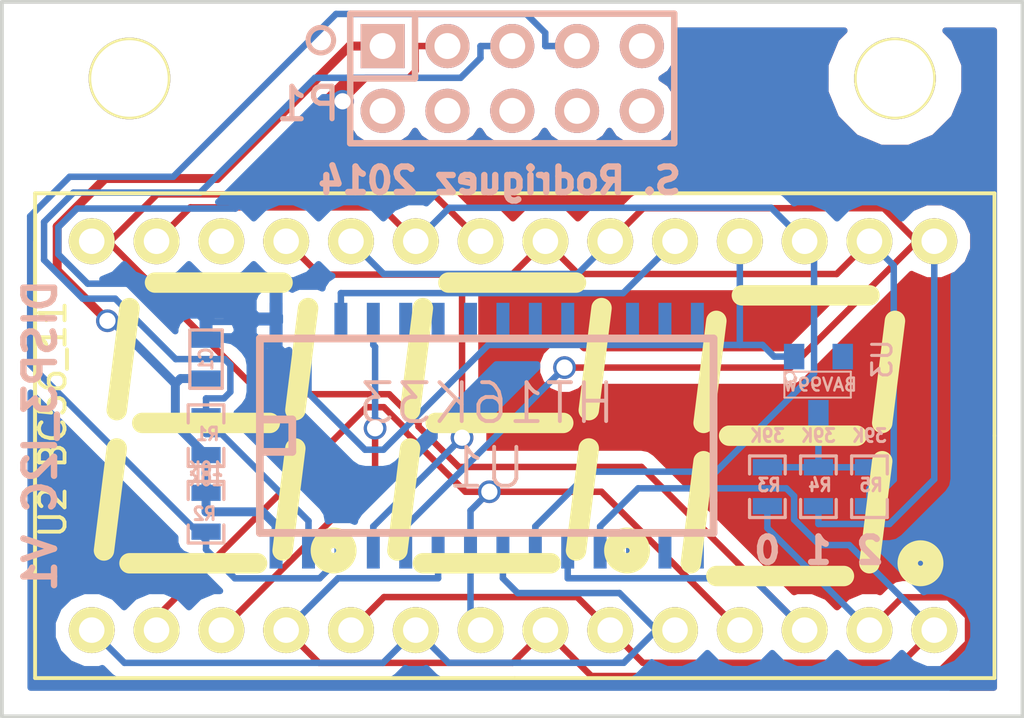
<source format=kicad_pcb>
(kicad_pcb (version 3) (host pcbnew "(2014-04-07 BZR 4791)-product")

  (general
    (links 44)
    (no_connects 0)
    (area 118.924999 82.12092 159.075001 115.075001)
    (thickness 1.6)
    (drawings 10)
    (tracks 211)
    (zones 0)
    (modules 12)
    (nets 40)
  )

  (page A4)
  (layers
    (15 F.Cu signal)
    (0 B.Cu signal)
    (16 B.Adhes user)
    (17 F.Adhes user)
    (18 B.Paste user)
    (19 F.Paste user)
    (20 B.SilkS user)
    (21 F.SilkS user)
    (22 B.Mask user)
    (23 F.Mask user)
    (24 Dwgs.User user)
    (25 Cmts.User user)
    (26 Eco1.User user)
    (27 Eco2.User user)
    (28 Edge.Cuts user)
  )

  (setup
    (last_trace_width 0.254)
    (trace_clearance 0.254)
    (zone_clearance 0.508)
    (zone_45_only no)
    (trace_min 0.254)
    (segment_width 0.2)
    (edge_width 0.15)
    (via_size 0.889)
    (via_drill 0.635)
    (via_min_size 0.889)
    (via_min_drill 0.508)
    (uvia_size 0.508)
    (uvia_drill 0.127)
    (uvias_allowed no)
    (uvia_min_size 0.508)
    (uvia_min_drill 0.127)
    (pcb_text_width 0.3)
    (pcb_text_size 1 1)
    (mod_edge_width 0.15)
    (mod_text_size 1 1)
    (mod_text_width 0.15)
    (pad_size 1 1)
    (pad_drill 0.6)
    (pad_to_mask_clearance 0.1)
    (aux_axis_origin 0 0)
    (visible_elements FFFFFF7F)
    (pcbplotparams
      (layerselection 284196865)
      (usegerberextensions true)
      (excludeedgelayer true)
      (linewidth 0.150000)
      (plotframeref false)
      (viasonmask false)
      (mode 1)
      (useauxorigin false)
      (hpglpennumber 1)
      (hpglpenspeed 20)
      (hpglpendiameter 15)
      (hpglpenoverlay 2)
      (psnegative false)
      (psa4output false)
      (plotreference true)
      (plotvalue true)
      (plotothertext true)
      (plotinvisibletext false)
      (padsonsilk false)
      (subtractmaskfromsilk false)
      (outputformat 1)
      (mirror false)
      (drillshape 0)
      (scaleselection 1)
      (outputdirectory OUTPUT/))
  )

  (net 0 "")
  (net 1 +5V)
  (net 2 /A)
  (net 3 /B)
  (net 4 /C)
  (net 5 /COM0)
  (net 6 /COM1)
  (net 7 /COM2)
  (net 8 /D)
  (net 9 /DP)
  (net 10 /E)
  (net 11 /F)
  (net 12 /G)
  (net 13 /SCL)
  (net 14 /SDA)
  (net 15 GND)
  (net 16 "Net-(P1-Pad2)")
  (net 17 "Net-(P1-Pad4)")
  (net 18 "Net-(P1-Pad6)")
  (net 19 "Net-(P1-Pad8)")
  (net 20 "Net-(P1-Pad9)")
  (net 21 "Net-(P1-Pad10)")
  (net 22 "Net-(P2-Pad1)")
  (net 23 "Net-(P3-Pad1)")
  (net 24 "Net-(R3-Pad2)")
  (net 25 "Net-(U1-Pad5)")
  (net 26 "Net-(U1-Pad6)")
  (net 27 "Net-(U1-Pad7)")
  (net 28 "Net-(U1-Pad8)")
  (net 29 "Net-(U1-Pad9)")
  (net 30 "Net-(U1-Pad10)")
  (net 31 "Net-(U1-Pad11)")
  (net 32 "Net-(U1-Pad12)")
  (net 33 "Net-(U1-Pad13)")
  (net 34 "Net-(U1-Pad14)")
  (net 35 "Net-(U1-Pad15)")
  (net 36 "Net-(U1-Pad16)")
  (net 37 "Net-(U1-Pad17)")
  (net 38 "Net-(U2-Pad26)")
  (net 39 "Net-(U3-Pad3)")

  (net_class Default "This is the default net class."
    (clearance 0.254)
    (trace_width 0.254)
    (via_dia 0.889)
    (via_drill 0.635)
    (uvia_dia 0.508)
    (uvia_drill 0.127)
    (add_net /A)
    (add_net /B)
    (add_net /C)
    (add_net /COM0)
    (add_net /COM1)
    (add_net /COM2)
    (add_net /D)
    (add_net /DP)
    (add_net /E)
    (add_net /F)
    (add_net /G)
    (add_net /SCL)
    (add_net /SDA)
    (add_net GND)
    (add_net "Net-(P1-Pad10)")
    (add_net "Net-(P1-Pad2)")
    (add_net "Net-(P1-Pad4)")
    (add_net "Net-(P1-Pad6)")
    (add_net "Net-(P1-Pad8)")
    (add_net "Net-(P1-Pad9)")
    (add_net "Net-(P2-Pad1)")
    (add_net "Net-(P3-Pad1)")
    (add_net "Net-(R3-Pad2)")
    (add_net "Net-(U1-Pad10)")
    (add_net "Net-(U1-Pad11)")
    (add_net "Net-(U1-Pad12)")
    (add_net "Net-(U1-Pad13)")
    (add_net "Net-(U1-Pad14)")
    (add_net "Net-(U1-Pad15)")
    (add_net "Net-(U1-Pad16)")
    (add_net "Net-(U1-Pad17)")
    (add_net "Net-(U1-Pad5)")
    (add_net "Net-(U1-Pad6)")
    (add_net "Net-(U1-Pad7)")
    (add_net "Net-(U1-Pad8)")
    (add_net "Net-(U1-Pad9)")
    (add_net "Net-(U2-Pad26)")
    (add_net "Net-(U3-Pad3)")
  )

  (net_class POWEr ""
    (clearance 0.254)
    (trace_width 0.35)
    (via_dia 0.889)
    (via_drill 0.635)
    (uvia_dia 0.508)
    (uvia_drill 0.127)
    (add_net +5V)
  )

  (module SMD_Packages:SM0603 (layer B.Cu) (tedit 534555F5) (tstamp 534557BC)
    (at 127 101 90)
    (path /52A0EF43)
    (attr smd)
    (fp_text reference C1 (at 0 0 90) (layer B.SilkS)
      (effects (font (size 0.508 0.4572) (thickness 0.1143)) (justify mirror))
    )
    (fp_text value 0.1u (at 0 0 90) (layer B.SilkS) hide
      (effects (font (size 0.508 0.4572) (thickness 0.1143)) (justify mirror))
    )
    (fp_line (start -1.143 0.635) (end 1.143 0.635) (layer B.SilkS) (width 0.127))
    (fp_line (start 1.143 0.635) (end 1.143 -0.635) (layer B.SilkS) (width 0.127))
    (fp_line (start 1.143 -0.635) (end -1.143 -0.635) (layer B.SilkS) (width 0.127))
    (fp_line (start -1.143 -0.635) (end -1.143 0.635) (layer B.SilkS) (width 0.127))
    (pad 1 smd rect (at -0.762 0 90) (size 0.635 1.143) (layers B.Cu B.Paste B.Mask)
      (net 1 +5V))
    (pad 2 smd rect (at 0.762 0 90) (size 0.635 1.143) (layers B.Cu B.Paste B.Mask)
      (net 15 GND))
    (model smd\resistors\R0603.wrl
      (at (xyz 0 0 0.001))
      (scale (xyz 0.5 0.5 0.5))
      (rotate (xyz 0 0 0))
    )
  )

  (module Pin_Headers:Pin_Header_Straight_2x05 (layer B.Cu) (tedit 53456683) (tstamp 534557D2)
    (at 139 90)
    (descr "1 pin")
    (tags "CONN DEV")
    (path /5345478C)
    (fp_text reference P1 (at -8 1) (layer B.SilkS)
      (effects (font (size 1.27 1.27) (thickness 0.2032)) (justify mirror))
    )
    (fp_text value CONN_5X2 (at 0 0) (layer B.SilkS) hide
      (effects (font (size 1.27 1.27) (thickness 0.2032)) (justify mirror))
    )
    (fp_line (start -6.35 2.54) (end 6.35 2.54) (layer B.SilkS) (width 0.254))
    (fp_line (start 6.35 2.54) (end 6.35 -2.54) (layer B.SilkS) (width 0.254))
    (fp_line (start 6.35 -2.54) (end -3.81 -2.54) (layer B.SilkS) (width 0.254))
    (fp_line (start -6.35 2.54) (end -6.35 0) (layer B.SilkS) (width 0.254))
    (fp_line (start -6.35 -2.54) (end -3.81 -2.54) (layer B.SilkS) (width 0.254))
    (fp_line (start -6.35 0) (end -3.81 0) (layer B.SilkS) (width 0.254))
    (fp_line (start -3.81 0) (end -3.81 -2.54) (layer B.SilkS) (width 0.254))
    (fp_line (start -6.35 -2.54) (end -6.35 0) (layer B.SilkS) (width 0.254))
    (pad 1 thru_hole rect (at -5.08 -1.27) (size 1.7272 1.7272) (drill 1.016) (layers *.Cu *.Mask B.SilkS)
      (net 1 +5V))
    (pad 2 thru_hole oval (at -5.08 1.27) (size 1.7272 1.7272) (drill 1.016) (layers *.Cu *.Mask B.SilkS)
      (net 16 "Net-(P1-Pad2)"))
    (pad 3 thru_hole oval (at -2.54 -1.27) (size 1.7272 1.7272) (drill 1.016) (layers *.Cu *.Mask B.SilkS)
      (net 15 GND))
    (pad 4 thru_hole oval (at -2.54 1.27) (size 1.7272 1.7272) (drill 1.016) (layers *.Cu *.Mask B.SilkS)
      (net 17 "Net-(P1-Pad4)"))
    (pad 5 thru_hole oval (at 0 -1.27) (size 1.7272 1.7272) (drill 1.016) (layers *.Cu *.Mask B.SilkS)
      (net 14 /SDA))
    (pad 6 thru_hole oval (at 0 1.27) (size 1.7272 1.7272) (drill 1.016) (layers *.Cu *.Mask B.SilkS)
      (net 18 "Net-(P1-Pad6)"))
    (pad 7 thru_hole oval (at 2.54 -1.27) (size 1.7272 1.7272) (drill 1.016) (layers *.Cu *.Mask B.SilkS)
      (net 13 /SCL))
    (pad 8 thru_hole oval (at 2.54 1.27) (size 1.7272 1.7272) (drill 1.016) (layers *.Cu *.Mask B.SilkS)
      (net 19 "Net-(P1-Pad8)"))
    (pad 9 thru_hole oval (at 5.08 -1.27) (size 1.7272 1.7272) (drill 1.016) (layers *.Cu *.Mask B.SilkS)
      (net 20 "Net-(P1-Pad9)"))
    (pad 10 thru_hole oval (at 5.08 1.27) (size 1.7272 1.7272) (drill 1.016) (layers *.Cu *.Mask B.SilkS)
      (net 21 "Net-(P1-Pad10)"))
    (model Pin_Headers/Pin_Header_Straight_2x05.wrl
      (at (xyz 0 0 0))
      (scale (xyz 1 1 1))
      (rotate (xyz 0 0 0))
    )
  )

  (module SAUL:Mhole (layer F.Cu) (tedit 50212C8E) (tstamp 534557D7)
    (at 154 90)
    (path /53454C17)
    (fp_text reference P2 (at 0.44958 -4.09956) (layer F.SilkS) hide
      (effects (font (thickness 0.3048)))
    )
    (fp_text value CONN_1 (at 0.20066 -6.10108) (layer F.SilkS) hide
      (effects (font (thickness 0.3048)))
    )
    (pad 1 thru_hole circle (at 0 0) (size 3.2004 3.2004) (drill 2.99974) (layers *.Cu *.Mask F.SilkS)
      (net 22 "Net-(P2-Pad1)") (clearance 1.00076))
  )

  (module SAUL:Mhole (layer F.Cu) (tedit 50212C8E) (tstamp 534557DC)
    (at 124 90)
    (path /53454C2B)
    (fp_text reference P3 (at 0.44958 -4.09956) (layer F.SilkS) hide
      (effects (font (thickness 0.3048)))
    )
    (fp_text value CONN_1 (at 0.20066 -6.10108) (layer F.SilkS) hide
      (effects (font (thickness 0.3048)))
    )
    (pad 1 thru_hole circle (at 0 0) (size 3.2004 3.2004) (drill 2.99974) (layers *.Cu *.Mask F.SilkS)
      (net 23 "Net-(P3-Pad1)") (clearance 1.00076))
  )

  (module SMD_Packages:SM0603_Resistor (layer B.Cu) (tedit 534555F5) (tstamp 534557E8)
    (at 127 104 90)
    (path /52A0ED1F)
    (attr smd)
    (fp_text reference R1 (at 0.0635 0.0635 360) (layer B.SilkS)
      (effects (font (size 0.50038 0.4572) (thickness 0.1143)) (justify mirror))
    )
    (fp_text value 10K (at -1.69926 0 360) (layer B.SilkS)
      (effects (font (size 0.508 0.4572) (thickness 0.1143)) (justify mirror))
    )
    (fp_line (start -0.50038 0.6985) (end -1.2065 0.6985) (layer B.SilkS) (width 0.127))
    (fp_line (start -1.2065 0.6985) (end -1.2065 -0.6985) (layer B.SilkS) (width 0.127))
    (fp_line (start -1.2065 -0.6985) (end -0.50038 -0.6985) (layer B.SilkS) (width 0.127))
    (fp_line (start 1.2065 0.6985) (end 0.50038 0.6985) (layer B.SilkS) (width 0.127))
    (fp_line (start 1.2065 0.6985) (end 1.2065 -0.6985) (layer B.SilkS) (width 0.127))
    (fp_line (start 1.2065 -0.6985) (end 0.50038 -0.6985) (layer B.SilkS) (width 0.127))
    (pad 1 smd rect (at -0.762 0 90) (size 0.635 1.143) (layers B.Cu B.Paste B.Mask)
      (net 1 +5V))
    (pad 2 smd rect (at 0.762 0 90) (size 0.635 1.143) (layers B.Cu B.Paste B.Mask)
      (net 14 /SDA))
    (model smd\resistors\R0603.wrl
      (at (xyz 0 0 0.001))
      (scale (xyz 0.5 0.5 0.5))
      (rotate (xyz 0 0 0))
    )
  )

  (module SMD_Packages:SM0603_Resistor (layer B.Cu) (tedit 534555F5) (tstamp 534557F4)
    (at 127 107 270)
    (path /52A0ED2A)
    (attr smd)
    (fp_text reference R2 (at 0.0635 0.0635 540) (layer B.SilkS)
      (effects (font (size 0.50038 0.4572) (thickness 0.1143)) (justify mirror))
    )
    (fp_text value 10K (at -1.69926 0 540) (layer B.SilkS)
      (effects (font (size 0.508 0.4572) (thickness 0.1143)) (justify mirror))
    )
    (fp_line (start -0.50038 0.6985) (end -1.2065 0.6985) (layer B.SilkS) (width 0.127))
    (fp_line (start -1.2065 0.6985) (end -1.2065 -0.6985) (layer B.SilkS) (width 0.127))
    (fp_line (start -1.2065 -0.6985) (end -0.50038 -0.6985) (layer B.SilkS) (width 0.127))
    (fp_line (start 1.2065 0.6985) (end 0.50038 0.6985) (layer B.SilkS) (width 0.127))
    (fp_line (start 1.2065 0.6985) (end 1.2065 -0.6985) (layer B.SilkS) (width 0.127))
    (fp_line (start 1.2065 -0.6985) (end 0.50038 -0.6985) (layer B.SilkS) (width 0.127))
    (pad 1 smd rect (at -0.762 0 270) (size 0.635 1.143) (layers B.Cu B.Paste B.Mask)
      (net 1 +5V))
    (pad 2 smd rect (at 0.762 0 270) (size 0.635 1.143) (layers B.Cu B.Paste B.Mask)
      (net 13 /SCL))
    (model smd\resistors\R0603.wrl
      (at (xyz 0 0 0.001))
      (scale (xyz 0.5 0.5 0.5))
      (rotate (xyz 0 0 0))
    )
  )

  (module SMD_Packages:SM0603_Resistor (layer B.Cu) (tedit 534565D7) (tstamp 53455800)
    (at 149 106 90)
    (path /52A0E983)
    (attr smd)
    (fp_text reference R3 (at 0.0635 0.0635 360) (layer B.SilkS)
      (effects (font (size 0.50038 0.4572) (thickness 0.1143)) (justify mirror))
    )
    (fp_text value 39K (at 2 0 360) (layer B.SilkS)
      (effects (font (size 0.508 0.4572) (thickness 0.1143)) (justify mirror))
    )
    (fp_line (start -0.50038 0.6985) (end -1.2065 0.6985) (layer B.SilkS) (width 0.127))
    (fp_line (start -1.2065 0.6985) (end -1.2065 -0.6985) (layer B.SilkS) (width 0.127))
    (fp_line (start -1.2065 -0.6985) (end -0.50038 -0.6985) (layer B.SilkS) (width 0.127))
    (fp_line (start 1.2065 0.6985) (end 0.50038 0.6985) (layer B.SilkS) (width 0.127))
    (fp_line (start 1.2065 0.6985) (end 1.2065 -0.6985) (layer B.SilkS) (width 0.127))
    (fp_line (start 1.2065 -0.6985) (end 0.50038 -0.6985) (layer B.SilkS) (width 0.127))
    (pad 1 smd rect (at -0.762 0 90) (size 0.635 1.143) (layers B.Cu B.Paste B.Mask)
      (net 4 /C))
    (pad 2 smd rect (at 0.762 0 90) (size 0.635 1.143) (layers B.Cu B.Paste B.Mask)
      (net 24 "Net-(R3-Pad2)"))
    (model smd\resistors\R0603.wrl
      (at (xyz 0 0 0.001))
      (scale (xyz 0.5 0.5 0.5))
      (rotate (xyz 0 0 0))
    )
  )

  (module SMD_Packages:SM0603_Resistor (layer B.Cu) (tedit 534565DA) (tstamp 5345580C)
    (at 151 106 90)
    (path /52A0E97D)
    (attr smd)
    (fp_text reference R4 (at 0.0635 0.0635 360) (layer B.SilkS)
      (effects (font (size 0.50038 0.4572) (thickness 0.1143)) (justify mirror))
    )
    (fp_text value 39K (at 2 0 360) (layer B.SilkS)
      (effects (font (size 0.508 0.4572) (thickness 0.1143)) (justify mirror))
    )
    (fp_line (start -0.50038 0.6985) (end -1.2065 0.6985) (layer B.SilkS) (width 0.127))
    (fp_line (start -1.2065 0.6985) (end -1.2065 -0.6985) (layer B.SilkS) (width 0.127))
    (fp_line (start -1.2065 -0.6985) (end -0.50038 -0.6985) (layer B.SilkS) (width 0.127))
    (fp_line (start 1.2065 0.6985) (end 0.50038 0.6985) (layer B.SilkS) (width 0.127))
    (fp_line (start 1.2065 0.6985) (end 1.2065 -0.6985) (layer B.SilkS) (width 0.127))
    (fp_line (start 1.2065 -0.6985) (end 0.50038 -0.6985) (layer B.SilkS) (width 0.127))
    (pad 1 smd rect (at -0.762 0 90) (size 0.635 1.143) (layers B.Cu B.Paste B.Mask)
      (net 3 /B))
    (pad 2 smd rect (at 0.762 0 90) (size 0.635 1.143) (layers B.Cu B.Paste B.Mask)
      (net 24 "Net-(R3-Pad2)"))
    (model smd\resistors\R0603.wrl
      (at (xyz 0 0 0.001))
      (scale (xyz 0.5 0.5 0.5))
      (rotate (xyz 0 0 0))
    )
  )

  (module SMD_Packages:SM0603_Resistor (layer B.Cu) (tedit 534565E5) (tstamp 53455818)
    (at 153 106 90)
    (path /52A0E94A)
    (attr smd)
    (fp_text reference R5 (at 0.0635 0.0635 360) (layer B.SilkS)
      (effects (font (size 0.50038 0.4572) (thickness 0.1143)) (justify mirror))
    )
    (fp_text value 39K (at 2 0 360) (layer B.SilkS)
      (effects (font (size 0.508 0.4572) (thickness 0.1143)) (justify mirror))
    )
    (fp_line (start -0.50038 0.6985) (end -1.2065 0.6985) (layer B.SilkS) (width 0.127))
    (fp_line (start -1.2065 0.6985) (end -1.2065 -0.6985) (layer B.SilkS) (width 0.127))
    (fp_line (start -1.2065 -0.6985) (end -0.50038 -0.6985) (layer B.SilkS) (width 0.127))
    (fp_line (start 1.2065 0.6985) (end 0.50038 0.6985) (layer B.SilkS) (width 0.127))
    (fp_line (start 1.2065 0.6985) (end 1.2065 -0.6985) (layer B.SilkS) (width 0.127))
    (fp_line (start 1.2065 -0.6985) (end 0.50038 -0.6985) (layer B.SilkS) (width 0.127))
    (pad 1 smd rect (at -0.762 0 90) (size 0.635 1.143) (layers B.Cu B.Paste B.Mask)
      (net 2 /A))
    (pad 2 smd rect (at 0.762 0 90) (size 0.635 1.143) (layers B.Cu B.Paste B.Mask)
      (net 24 "Net-(R3-Pad2)"))
    (model smd\resistors\R0603.wrl
      (at (xyz 0 0 0.001))
      (scale (xyz 0.5 0.5 0.5))
      (rotate (xyz 0 0 0))
    )
  )

  (module SMD_Packages:SO28 (layer B.Cu) (tedit 534555F5) (tstamp 53455840)
    (at 138 104)
    (descr "Module CMS SO 28 pins large")
    (tags "CMS SOJ SO SOIC")
    (path /52A0D9DC)
    (attr smd)
    (fp_text reference U1 (at 0 1.26492) (layer B.SilkS)
      (effects (font (thickness 0.1524)) (justify mirror))
    )
    (fp_text value HT16K33 (at 0 -1.27) (layer B.SilkS)
      (effects (font (thickness 0.1524)) (justify mirror))
    )
    (fp_line (start 8.89 2.54) (end 8.89 -3.81) (layer B.SilkS) (width 0.3048))
    (fp_line (start 8.89 -3.81) (end -8.89 -3.81) (layer B.SilkS) (width 0.3048))
    (fp_line (start -8.89 -3.81) (end -8.89 3.81) (layer B.SilkS) (width 0.3048))
    (fp_line (start -8.89 3.81) (end 8.89 3.81) (layer B.SilkS) (width 0.3048))
    (fp_line (start 8.89 3.81) (end 8.89 2.54) (layer B.SilkS) (width 0.3048))
    (fp_line (start -8.89 0.635) (end -7.62 0.635) (layer B.SilkS) (width 0.3048))
    (fp_line (start -7.62 0.635) (end -7.62 -0.635) (layer B.SilkS) (width 0.3048))
    (fp_line (start -7.62 -0.635) (end -8.89 -0.635) (layer B.SilkS) (width 0.3048))
    (pad 1 smd rect (at -8.255 -4.572) (size 0.508 1.27) (layers B.Cu B.Paste B.Mask)
      (net 15 GND))
    (pad 2 smd rect (at -6.985 -4.572) (size 0.508 1.27) (layers B.Cu B.Paste B.Mask)
      (net 5 /COM0))
    (pad 3 smd rect (at -5.715 -4.572) (size 0.508 1.27) (layers B.Cu B.Paste B.Mask)
      (net 6 /COM1))
    (pad 4 smd rect (at -4.445 -4.572) (size 0.508 1.27) (layers B.Cu B.Paste B.Mask)
      (net 7 /COM2))
    (pad 5 smd rect (at -3.175 -4.572) (size 0.508 1.27) (layers B.Cu B.Paste B.Mask)
      (net 25 "Net-(U1-Pad5)"))
    (pad 6 smd rect (at -1.905 -4.572) (size 0.508 1.27) (layers B.Cu B.Paste B.Mask)
      (net 26 "Net-(U1-Pad6)"))
    (pad 7 smd rect (at -0.635 -4.572) (size 0.508 1.27) (layers B.Cu B.Paste B.Mask)
      (net 27 "Net-(U1-Pad7)"))
    (pad 8 smd rect (at 0.635 -4.572) (size 0.508 1.27) (layers B.Cu B.Paste B.Mask)
      (net 28 "Net-(U1-Pad8)"))
    (pad 9 smd rect (at 1.905 -4.572) (size 0.508 1.27) (layers B.Cu B.Paste B.Mask)
      (net 29 "Net-(U1-Pad9)"))
    (pad 10 smd rect (at 3.175 -4.572) (size 0.508 1.27) (layers B.Cu B.Paste B.Mask)
      (net 30 "Net-(U1-Pad10)"))
    (pad 11 smd rect (at 4.445 -4.572) (size 0.508 1.27) (layers B.Cu B.Paste B.Mask)
      (net 31 "Net-(U1-Pad11)"))
    (pad 12 smd rect (at 5.715 -4.572) (size 0.508 1.27) (layers B.Cu B.Paste B.Mask)
      (net 32 "Net-(U1-Pad12)"))
    (pad 13 smd rect (at 6.985 -4.572) (size 0.508 1.27) (layers B.Cu B.Paste B.Mask)
      (net 33 "Net-(U1-Pad13)"))
    (pad 14 smd rect (at 8.255 -4.572) (size 0.508 1.27) (layers B.Cu B.Paste B.Mask)
      (net 34 "Net-(U1-Pad14)"))
    (pad 15 smd rect (at 8.255 4.572) (size 0.508 1.27) (layers B.Cu B.Paste B.Mask)
      (net 35 "Net-(U1-Pad15)"))
    (pad 16 smd rect (at 6.985 4.572) (size 0.508 1.27) (layers B.Cu B.Paste B.Mask)
      (net 36 "Net-(U1-Pad16)"))
    (pad 17 smd rect (at 5.715 4.572) (size 0.508 1.27) (layers B.Cu B.Paste B.Mask)
      (net 37 "Net-(U1-Pad17)"))
    (pad 18 smd rect (at 4.445 4.572) (size 0.508 1.27) (layers B.Cu B.Paste B.Mask)
      (net 9 /DP))
    (pad 19 smd rect (at 3.175 4.572) (size 0.508 1.27) (layers B.Cu B.Paste B.Mask)
      (net 12 /G))
    (pad 20 smd rect (at 1.905 4.572) (size 0.508 1.27) (layers B.Cu B.Paste B.Mask)
      (net 11 /F))
    (pad 21 smd rect (at 0.635 4.572) (size 0.508 1.27) (layers B.Cu B.Paste B.Mask)
      (net 10 /E))
    (pad 22 smd rect (at -0.635 4.572) (size 0.508 1.27) (layers B.Cu B.Paste B.Mask)
      (net 8 /D))
    (pad 23 smd rect (at -1.905 4.572) (size 0.508 1.27) (layers B.Cu B.Paste B.Mask)
      (net 4 /C))
    (pad 24 smd rect (at -3.175 4.572) (size 0.508 1.27) (layers B.Cu B.Paste B.Mask)
      (net 3 /B))
    (pad 25 smd rect (at -4.445 4.572) (size 0.508 1.27) (layers B.Cu B.Paste B.Mask)
      (net 2 /A))
    (pad 26 smd rect (at -5.715 4.572) (size 0.508 1.27) (layers B.Cu B.Paste B.Mask)
      (net 13 /SCL))
    (pad 27 smd rect (at -6.985 4.572) (size 0.508 1.27) (layers B.Cu B.Paste B.Mask)
      (net 14 /SDA))
    (pad 28 smd rect (at -8.255 4.572) (size 0.508 1.27) (layers B.Cu B.Paste B.Mask)
      (net 1 +5V))
    (model smd/cms_soj28.wrl
      (at (xyz 0 0 0))
      (scale (xyz 0.5 0.55 0.5))
      (rotate (xyz 0 0 0))
    )
  )

  (module SAUL:BC56_11 (layer F.Cu) (tedit 53456518) (tstamp 53455880)
    (at 153 104)
    (path /52A0DBCF)
    (fp_text reference U2 (at -32 3 90) (layer F.SilkS)
      (effects (font (size 1 1) (thickness 0.15)))
    )
    (fp_text value BC56_11 (at -32 -2 270) (layer F.SilkS)
      (effects (font (size 1 1) (thickness 0.15)))
    )
    (fp_line (start -32.7 9.5) (end -32.7 -9.5) (layer F.SilkS) (width 0.15))
    (fp_line (start 4.9 0) (end 4.9 9.5) (layer F.SilkS) (width 0.15))
    (fp_line (start 4.9 0) (end 4.9 -9.5) (layer F.SilkS) (width 0.15))
    (fp_circle (center 2 5) (end 2 4.5) (layer F.SilkS) (width 0.8))
    (fp_line (start -6.5 1) (end -7 5) (layer F.SilkS) (width 0.8))
    (fp_line (start 0.5 1) (end 0 5) (layer F.SilkS) (width 0.8))
    (fp_line (start 1 -4.5) (end 0.5 -0.5) (layer F.SilkS) (width 0.8))
    (fp_line (start -6 -4.5) (end -6.5 -0.5) (layer F.SilkS) (width 0.8))
    (fp_line (start -6 5.5) (end -1 5.5) (layer F.SilkS) (width 0.8))
    (fp_line (start -5 -5.5) (end 0 -5.5) (layer F.SilkS) (width 0.8))
    (fp_line (start -5.5 0) (end -0.5 0) (layer F.SilkS) (width 0.8))
    (fp_line (start -17 -0.5) (end -12 -0.5) (layer F.SilkS) (width 0.8))
    (fp_line (start -16.5 -6) (end -11.5 -6) (layer F.SilkS) (width 0.8))
    (fp_line (start -17.5 5) (end -12.5 5) (layer F.SilkS) (width 0.8))
    (fp_line (start -17.5 -5) (end -18 -1) (layer F.SilkS) (width 0.8))
    (fp_line (start -10.5 -5) (end -11 -1) (layer F.SilkS) (width 0.8))
    (fp_line (start -11 0.5) (end -11.5 4.5) (layer F.SilkS) (width 0.8))
    (fp_line (start -18 0.5) (end -18.5 4.5) (layer F.SilkS) (width 0.8))
    (fp_circle (center -9.5 4.5) (end -9.5 4) (layer F.SilkS) (width 0.8))
    (fp_circle (center -21 4.5) (end -21 4) (layer F.SilkS) (width 0.8))
    (fp_line (start -29.5 0.5) (end -30 4.5) (layer F.SilkS) (width 0.8))
    (fp_line (start -22.5 0.5) (end -23 4.5) (layer F.SilkS) (width 0.8))
    (fp_line (start -22 -5) (end -22.5 -1) (layer F.SilkS) (width 0.8))
    (fp_line (start -29 -5) (end -29.5 -1) (layer F.SilkS) (width 0.8))
    (fp_line (start -29 5) (end -24 5) (layer F.SilkS) (width 0.8))
    (fp_line (start -28 -6) (end -23 -6) (layer F.SilkS) (width 0.8))
    (fp_line (start -28.5 -0.5) (end -23.5 -0.5) (layer F.SilkS) (width 0.8))
    (fp_line (start -32.7 -7.6) (end -32.7 7.6) (layer F.SilkS) (width 0.15))
    (fp_line (start -32.7 9.5) (end -13.9 9.5) (layer F.SilkS) (width 0.15))
    (fp_line (start -13.9 9.5) (end 4.9 9.5) (layer F.SilkS) (width 0.15))
    (fp_line (start -13.9 -9.5) (end 4.9 -9.5) (layer F.SilkS) (width 0.15))
    (fp_line (start -32.7 -9.5) (end -13.9 -9.5) (layer F.SilkS) (width 0.15))
    (pad 1 thru_hole circle (at -30.48 7.62) (size 1.8 1.8) (drill 1) (layers *.Cu *.Mask F.SilkS)
      (net 10 /E))
    (pad 2 thru_hole circle (at -27.94 7.62) (size 1.8 1.8) (drill 1) (layers *.Cu *.Mask F.SilkS)
      (net 8 /D))
    (pad 3 thru_hole circle (at -25.4 7.62) (size 1.8 1.8) (drill 1) (layers *.Cu *.Mask F.SilkS)
      (net 7 /COM2))
    (pad 4 thru_hole circle (at -22.86 7.62) (size 1.8 1.8) (drill 1) (layers *.Cu *.Mask F.SilkS)
      (net 4 /C))
    (pad 5 thru_hole circle (at -20.32 7.62) (size 1.8 1.8) (drill 1) (layers *.Cu *.Mask F.SilkS)
      (net 9 /DP))
    (pad 6 thru_hole circle (at -17.78 7.62) (size 1.8 1.8) (drill 1) (layers *.Cu *.Mask F.SilkS)
      (net 10 /E))
    (pad 7 thru_hole circle (at -15.24 7.62) (size 1.8 1.8) (drill 1) (layers *.Cu *.Mask F.SilkS)
      (net 8 /D))
    (pad 8 thru_hole circle (at -12.7 7.62) (size 1.8 1.8) (drill 1) (layers *.Cu *.Mask F.SilkS)
      (net 4 /C))
    (pad 9 thru_hole circle (at -10.16 7.62) (size 1.8 1.8) (drill 1) (layers *.Cu *.Mask F.SilkS)
      (net 9 /DP))
    (pad 10 thru_hole circle (at -7.62 7.62) (size 1.8 1.8) (drill 1) (layers *.Cu *.Mask F.SilkS)
      (net 10 /E))
    (pad 11 thru_hole circle (at -5.08 7.62) (size 1.8 1.8) (drill 1) (layers *.Cu *.Mask F.SilkS)
      (net 8 /D))
    (pad 12 thru_hole circle (at -2.54 7.62) (size 1.8 1.8) (drill 1) (layers *.Cu *.Mask F.SilkS)
      (net 12 /G))
    (pad 13 thru_hole circle (at 0 7.62) (size 1.8 1.8) (drill 1) (layers *.Cu *.Mask F.SilkS)
      (net 4 /C))
    (pad 14 thru_hole circle (at 2.54 7.62) (size 1.8 1.8) (drill 1) (layers *.Cu *.Mask F.SilkS)
      (net 9 /DP))
    (pad 15 thru_hole circle (at 2.54 -7.62) (size 1.8 1.8) (drill 1) (layers *.Cu *.Mask F.SilkS)
      (net 3 /B))
    (pad 16 thru_hole circle (at 0 -7.62) (size 1.8 1.8) (drill 1) (layers *.Cu *.Mask F.SilkS)
      (net 2 /A))
    (pad 17 thru_hole circle (at -2.54 -7.62) (size 1.8 1.8) (drill 1) (layers *.Cu *.Mask F.SilkS)
      (net 11 /F))
    (pad 18 thru_hole circle (at -5.08 -7.62) (size 1.8 1.8) (drill 1) (layers *.Cu *.Mask F.SilkS)
      (net 5 /COM0))
    (pad 19 thru_hole circle (at -7.62 -7.62) (size 1.8 1.8) (drill 1) (layers *.Cu *.Mask F.SilkS)
      (net 6 /COM1))
    (pad 20 thru_hole circle (at -10.16 -7.62) (size 1.8 1.8) (drill 1) (layers *.Cu *.Mask F.SilkS)
      (net 3 /B))
    (pad 21 thru_hole circle (at -12.7 -7.62) (size 1.8 1.8) (drill 1) (layers *.Cu *.Mask F.SilkS)
      (net 2 /A))
    (pad 22 thru_hole circle (at -15.24 -7.62) (size 1.8 1.8) (drill 1) (layers *.Cu *.Mask F.SilkS)
      (net 12 /G))
    (pad 23 thru_hole circle (at -17.78 -7.62) (size 1.8 1.8) (drill 1) (layers *.Cu *.Mask F.SilkS)
      (net 11 /F))
    (pad 24 thru_hole circle (at -20.32 -7.62) (size 1.8 1.8) (drill 1) (layers *.Cu *.Mask F.SilkS)
      (net 3 /B))
    (pad 25 thru_hole circle (at -22.86 -7.62) (size 1.8 1.8) (drill 1) (layers *.Cu *.Mask F.SilkS)
      (net 2 /A))
    (pad 26 thru_hole circle (at -25.4 -7.62) (size 1.8 1.8) (drill 1) (layers *.Cu *.Mask F.SilkS)
      (net 38 "Net-(U2-Pad26)"))
    (pad 27 thru_hole circle (at -27.94 -7.62) (size 1.8 1.8) (drill 1) (layers *.Cu *.Mask F.SilkS)
      (net 11 /F))
    (pad 28 thru_hole circle (at -30.48 -7.62) (size 1.8 1.8) (drill 1) (layers *.Cu *.Mask F.SilkS)
      (net 12 /G))
  )

  (module SMD_Packages:SOT23-SPECIAL (layer B.Cu) (tedit 534565F1) (tstamp 5345588C)
    (at 151 102)
    (descr "SZOT23 with PIN 2 and 3 swapped, for Diodes")
    (tags SOT23)
    (path /534548E6)
    (attr smd)
    (fp_text reference U3 (at 2.5 -1 270) (layer B.SilkS)
      (effects (font (size 0.762 0.762) (thickness 0.11938)) (justify mirror))
    )
    (fp_text value BAV99W (at 0.0635 0) (layer B.SilkS)
      (effects (font (size 0.50038 0.50038) (thickness 0.09906)) (justify mirror))
    )
    (fp_circle (center -1.12522 -0.29972) (end -1.12522 -0.50038) (layer B.SilkS) (width 0.07874))
    (fp_line (start 1.27 0.508) (end 1.27 -0.508) (layer B.SilkS) (width 0.07874))
    (fp_line (start -1.3335 0.508) (end -1.3335 -0.508) (layer B.SilkS) (width 0.07874))
    (fp_line (start 1.27 -0.508) (end -1.3335 -0.508) (layer B.SilkS) (width 0.07874))
    (fp_line (start -1.3335 0.508) (end 1.27 0.508) (layer B.SilkS) (width 0.07874))
    (pad 2 smd rect (at 0 1.09982) (size 0.8001 1.00076) (layers B.Cu B.Paste B.Mask)
      (net 24 "Net-(R3-Pad2)"))
    (pad 3 smd rect (at 0.9525 -1.09982) (size 0.8001 1.00076) (layers B.Cu B.Paste B.Mask)
      (net 39 "Net-(U3-Pad3)"))
    (pad 1 smd rect (at -0.9525 -1.09982) (size 0.8001 1.00076) (layers B.Cu B.Paste B.Mask)
      (net 5 /COM0))
    (model smd\SOT23_3.wrl
      (at (xyz 0 0 0))
      (scale (xyz 0.4 0.4 0.4))
      (rotate (xyz 0 0 180))
    )
  )

  (gr_text "S. Rodriguez 2014" (at 138.5 94) (layer B.SilkS)
    (effects (font (size 1 1) (thickness 0.25)) (justify mirror))
  )
  (gr_text "DISP3_I2C V1" (at 120.5 104 90) (layer B.SilkS)
    (effects (font (size 1.2 1.2) (thickness 0.25)) (justify mirror))
  )
  (gr_text 2 (at 153 108.5) (layer B.SilkS)
    (effects (font (size 1 1) (thickness 0.25)) (justify mirror))
  )
  (gr_text 1 (at 151 108.5) (layer B.SilkS)
    (effects (font (size 1 1) (thickness 0.25)) (justify mirror))
  )
  (gr_text 0 (at 149 108.5) (layer B.SilkS)
    (effects (font (size 1 1) (thickness 0.25)) (justify mirror))
  )
  (gr_circle (center 131.5 88.5) (end 132 88.5) (layer B.SilkS) (width 0.2))
  (gr_line (start 119 115) (end 119 87) (angle 90) (layer Edge.Cuts) (width 0.15))
  (gr_line (start 159 115) (end 119 115) (angle 90) (layer Edge.Cuts) (width 0.15))
  (gr_line (start 159 87) (end 159 115) (angle 90) (layer Edge.Cuts) (width 0.15))
  (gr_line (start 119 87) (end 159 87) (angle 90) (layer Edge.Cuts) (width 0.15))

  (segment (start 132.6271 88.73) (end 127.4353 93.9218) (width 0.35) (layer F.Cu) (net 1))
  (segment (start 127.4353 93.9218) (end 123.0461 93.9218) (width 0.35) (layer F.Cu) (net 1))
  (segment (start 123.0461 93.9218) (end 121.1669 95.801) (width 0.35) (layer F.Cu) (net 1))
  (segment (start 121.1669 95.801) (end 121.1669 97.5281) (width 0.35) (layer F.Cu) (net 1))
  (segment (start 121.1669 97.5281) (end 123.1351 99.4963) (width 0.35) (layer F.Cu) (net 1))
  (segment (start 125.797 101.9642) (end 123.3291 99.4963) (width 0.35) (layer B.Cu) (net 1))
  (segment (start 123.3291 99.4963) (end 123.1351 99.4963) (width 0.35) (layer B.Cu) (net 1))
  (segment (start 127 106.238) (end 127 106.9848) (width 0.35) (layer B.Cu) (net 1))
  (segment (start 129.745 108.572) (end 129.745 107.5077) (width 0.35) (layer B.Cu) (net 1))
  (segment (start 129.745 107.5077) (end 129.2221 106.9848) (width 0.35) (layer B.Cu) (net 1))
  (segment (start 129.2221 106.9848) (end 127 106.9848) (width 0.35) (layer B.Cu) (net 1))
  (segment (start 125.797 101.9642) (end 125.9992 101.762) (width 0.35) (layer B.Cu) (net 1))
  (segment (start 127 104.762) (end 125.797 103.559) (width 0.35) (layer B.Cu) (net 1))
  (segment (start 125.797 103.559) (end 125.797 101.9642) (width 0.35) (layer B.Cu) (net 1))
  (segment (start 133.92 88.73) (end 132.6271 88.73) (width 0.35) (layer F.Cu) (net 1))
  (segment (start 127 101.762) (end 125.9992 101.762) (width 0.35) (layer B.Cu) (net 1))
  (segment (start 127 106.238) (end 127 104.762) (width 0.35) (layer B.Cu) (net 1))
  (via (at 123.1351 99.4963) (size 0.889) (layers F.Cu B.Cu) (net 1))
  (segment (start 153 106.762) (end 153 106.0632) (width 0.254) (layer B.Cu) (net 2))
  (segment (start 153 96.38) (end 153.9529 97.3329) (width 0.254) (layer B.Cu) (net 2))
  (segment (start 153.9529 97.3329) (end 153.9529 105.7217) (width 0.254) (layer B.Cu) (net 2))
  (segment (start 153.9529 105.7217) (end 153.6114 106.0632) (width 0.254) (layer B.Cu) (net 2))
  (segment (start 153.6114 106.0632) (end 153 106.0632) (width 0.254) (layer B.Cu) (net 2))
  (segment (start 133.555 107.5557) (end 133.5577 107.5557) (width 0.254) (layer B.Cu) (net 2))
  (segment (start 133.5577 107.5557) (end 137.0336 104.0798) (width 0.254) (layer B.Cu) (net 2))
  (segment (start 133.555 108.572) (end 133.555 107.5557) (width 0.254) (layer B.Cu) (net 2))
  (segment (start 137.0336 97.6872) (end 138.9928 97.6872) (width 0.254) (layer F.Cu) (net 2))
  (segment (start 138.9928 97.6872) (end 140.3 96.38) (width 0.254) (layer F.Cu) (net 2))
  (segment (start 130.14 96.38) (end 131.4472 97.6872) (width 0.254) (layer F.Cu) (net 2))
  (segment (start 131.4472 97.6872) (end 137.0336 97.6872) (width 0.254) (layer F.Cu) (net 2))
  (segment (start 137.0336 97.6872) (end 137.0336 104.0798) (width 0.254) (layer F.Cu) (net 2))
  (segment (start 140.3 96.38) (end 141.5833 97.6633) (width 0.254) (layer F.Cu) (net 2))
  (segment (start 141.5833 97.6633) (end 151.7167 97.6633) (width 0.254) (layer F.Cu) (net 2))
  (segment (start 151.7167 97.6633) (end 153 96.38) (width 0.254) (layer F.Cu) (net 2))
  (via (at 137.0336 104.0798) (size 0.889) (layers F.Cu B.Cu) (net 2))
  (segment (start 154.8564 96.3839) (end 149.9092 101.3311) (width 0.254) (layer F.Cu) (net 3))
  (segment (start 149.9092 101.3311) (end 141.0496 101.3311) (width 0.254) (layer F.Cu) (net 3))
  (segment (start 141.0496 101.3311) (end 134.825 107.5557) (width 0.254) (layer B.Cu) (net 3))
  (segment (start 134.825 108.572) (end 134.825 107.5557) (width 0.254) (layer B.Cu) (net 3))
  (segment (start 154.8564 96.3839) (end 153.557 95.0845) (width 0.254) (layer F.Cu) (net 3))
  (segment (start 153.557 95.0845) (end 144.1355 95.0845) (width 0.254) (layer F.Cu) (net 3))
  (segment (start 144.1355 95.0845) (end 142.84 96.38) (width 0.254) (layer F.Cu) (net 3))
  (segment (start 155.54 96.38) (end 154.8603 96.38) (width 0.254) (layer F.Cu) (net 3))
  (segment (start 154.8603 96.38) (end 154.8564 96.3839) (width 0.254) (layer F.Cu) (net 3))
  (segment (start 132.68 96.38) (end 133.9614 97.6614) (width 0.254) (layer B.Cu) (net 3))
  (segment (start 133.9614 97.6614) (end 141.5586 97.6614) (width 0.254) (layer B.Cu) (net 3))
  (segment (start 141.5586 97.6614) (end 142.84 96.38) (width 0.254) (layer B.Cu) (net 3))
  (segment (start 151 106.762) (end 151 107.4608) (width 0.254) (layer B.Cu) (net 3))
  (segment (start 155.54 96.38) (end 155.54 105.7065) (width 0.254) (layer B.Cu) (net 3))
  (segment (start 155.54 105.7065) (end 153.7857 107.4608) (width 0.254) (layer B.Cu) (net 3))
  (segment (start 153.7857 107.4608) (end 151 107.4608) (width 0.254) (layer B.Cu) (net 3))
  (via (at 141.0496 101.3311) (size 0.889) (layers F.Cu B.Cu) (net 3))
  (segment (start 153 111.62) (end 154.2864 110.3336) (width 0.254) (layer F.Cu) (net 4))
  (segment (start 154.2864 110.3336) (end 156.1058 110.3336) (width 0.254) (layer F.Cu) (net 4))
  (segment (start 156.1058 110.3336) (end 156.8633 111.0911) (width 0.254) (layer F.Cu) (net 4))
  (segment (start 156.8633 111.0911) (end 156.8633 112.1133) (width 0.254) (layer F.Cu) (net 4))
  (segment (start 156.8633 112.1133) (end 155.5585 113.4181) (width 0.254) (layer F.Cu) (net 4))
  (segment (start 155.5585 113.4181) (end 142.0981 113.4181) (width 0.254) (layer F.Cu) (net 4))
  (segment (start 142.0981 113.4181) (end 140.3 111.62) (width 0.254) (layer F.Cu) (net 4))
  (segment (start 130.14 111.62) (end 131.4233 112.9033) (width 0.254) (layer F.Cu) (net 4))
  (segment (start 131.4233 112.9033) (end 139.0167 112.9033) (width 0.254) (layer F.Cu) (net 4))
  (segment (start 139.0167 112.9033) (end 140.3 111.62) (width 0.254) (layer F.Cu) (net 4))
  (segment (start 130.14 111.62) (end 132.1717 109.5883) (width 0.254) (layer B.Cu) (net 4))
  (segment (start 132.1717 109.5883) (end 136.095 109.5883) (width 0.254) (layer B.Cu) (net 4))
  (segment (start 153 111.62) (end 149 107.62) (width 0.254) (layer B.Cu) (net 4))
  (segment (start 149 107.62) (end 149 106.762) (width 0.254) (layer B.Cu) (net 4))
  (segment (start 136.095 108.572) (end 136.095 109.5883) (width 0.254) (layer B.Cu) (net 4))
  (segment (start 147.92 100.4443) (end 138.0577 100.4443) (width 0.254) (layer B.Cu) (net 5))
  (segment (start 138.0577 100.4443) (end 133.9516 104.5504) (width 0.254) (layer B.Cu) (net 5))
  (segment (start 133.9516 104.5504) (end 133.2322 104.5504) (width 0.254) (layer B.Cu) (net 5))
  (segment (start 133.2322 104.5504) (end 131.0151 102.3333) (width 0.254) (layer B.Cu) (net 5))
  (segment (start 131.0151 102.3333) (end 131.0151 100.4443) (width 0.254) (layer B.Cu) (net 5))
  (segment (start 131.0151 100.4443) (end 131.015 100.4443) (width 0.254) (layer B.Cu) (net 5))
  (segment (start 131.015 99.428) (end 131.015 100.4443) (width 0.254) (layer B.Cu) (net 5))
  (segment (start 147.92 100.4443) (end 148.8103 100.4443) (width 0.254) (layer B.Cu) (net 5))
  (segment (start 148.8103 100.4443) (end 149.2662 100.9002) (width 0.254) (layer B.Cu) (net 5))
  (segment (start 147.92 96.38) (end 147.92 100.4443) (width 0.254) (layer B.Cu) (net 5))
  (segment (start 150.0475 100.9002) (end 149.2662 100.9002) (width 0.254) (layer B.Cu) (net 5))
  (segment (start 132.285 99.428) (end 132.285 98.4117) (width 0.254) (layer B.Cu) (net 6))
  (segment (start 145.38 96.38) (end 143.3483 98.4117) (width 0.254) (layer B.Cu) (net 6))
  (segment (start 143.3483 98.4117) (end 132.285 98.4117) (width 0.254) (layer B.Cu) (net 6))
  (segment (start 133.555 99.428) (end 133.555 100.4443) (width 0.254) (layer B.Cu) (net 7))
  (segment (start 133.6252 103.7087) (end 133.6252 100.5145) (width 0.254) (layer B.Cu) (net 7))
  (segment (start 133.6252 100.5145) (end 133.555 100.4443) (width 0.254) (layer B.Cu) (net 7))
  (segment (start 127.6 111.62) (end 133.6252 105.5948) (width 0.254) (layer F.Cu) (net 7))
  (segment (start 133.6252 105.5948) (end 133.6252 103.7087) (width 0.254) (layer F.Cu) (net 7))
  (via (at 133.6252 103.7087) (size 0.889) (layers F.Cu B.Cu) (net 7))
  (segment (start 138.1038 106.1977) (end 137.1644 106.1977) (width 0.254) (layer F.Cu) (net 8))
  (segment (start 137.1644 106.1977) (end 134.8185 103.8518) (width 0.254) (layer F.Cu) (net 8))
  (segment (start 134.8185 103.8518) (end 134.8185 103.7341) (width 0.254) (layer F.Cu) (net 8))
  (segment (start 134.8185 103.7341) (end 133.9673 102.8829) (width 0.254) (layer F.Cu) (net 8))
  (segment (start 133.9673 102.8829) (end 133.2832 102.8829) (width 0.254) (layer F.Cu) (net 8))
  (segment (start 133.2832 102.8829) (end 125.06 111.1061) (width 0.254) (layer F.Cu) (net 8))
  (segment (start 125.06 111.1061) (end 125.06 111.62) (width 0.254) (layer F.Cu) (net 8))
  (segment (start 147.92 111.62) (end 142.4977 106.1977) (width 0.254) (layer F.Cu) (net 8))
  (segment (start 142.4977 106.1977) (end 138.1038 106.1977) (width 0.254) (layer F.Cu) (net 8))
  (segment (start 138.1038 106.1977) (end 137.365 106.9365) (width 0.254) (layer B.Cu) (net 8))
  (segment (start 137.365 106.9365) (end 137.365 108.572) (width 0.254) (layer B.Cu) (net 8))
  (segment (start 137.365 108.572) (end 137.365 111.225) (width 0.254) (layer B.Cu) (net 8))
  (segment (start 137.365 111.225) (end 137.76 111.62) (width 0.254) (layer B.Cu) (net 8))
  (via (at 138.1038 106.1977) (size 0.889) (layers F.Cu B.Cu) (net 8))
  (segment (start 155.54 111.62) (end 154.2583 112.9017) (width 0.254) (layer F.Cu) (net 9))
  (segment (start 154.2583 112.9017) (end 144.1217 112.9017) (width 0.254) (layer F.Cu) (net 9))
  (segment (start 144.1217 112.9017) (end 142.84 111.62) (width 0.254) (layer F.Cu) (net 9))
  (segment (start 142.445 108.572) (end 142.445 107.5557) (width 0.254) (layer B.Cu) (net 9))
  (segment (start 155.54 111.62) (end 152.2063 108.2863) (width 0.254) (layer B.Cu) (net 9))
  (segment (start 152.2063 108.2863) (end 151.0474 108.2863) (width 0.254) (layer B.Cu) (net 9))
  (segment (start 151.0474 108.2863) (end 150.0471 107.286) (width 0.254) (layer B.Cu) (net 9))
  (segment (start 150.0471 107.286) (end 150.0471 106.3688) (width 0.254) (layer B.Cu) (net 9))
  (segment (start 150.0471 106.3688) (end 149.7414 106.0631) (width 0.254) (layer B.Cu) (net 9))
  (segment (start 149.7414 106.0631) (end 143.9376 106.0631) (width 0.254) (layer B.Cu) (net 9))
  (segment (start 143.9376 106.0631) (end 142.445 107.5557) (width 0.254) (layer B.Cu) (net 9))
  (segment (start 142.84 111.62) (end 141.5453 110.3253) (width 0.254) (layer F.Cu) (net 9))
  (segment (start 141.5453 110.3253) (end 133.9747 110.3253) (width 0.254) (layer F.Cu) (net 9))
  (segment (start 133.9747 110.3253) (end 132.68 111.62) (width 0.254) (layer F.Cu) (net 9))
  (segment (start 144.6539 111.6183) (end 143.3708 112.9014) (width 0.254) (layer B.Cu) (net 10))
  (segment (start 143.3708 112.9014) (end 136.5014 112.9014) (width 0.254) (layer B.Cu) (net 10))
  (segment (start 136.5014 112.9014) (end 135.22 111.62) (width 0.254) (layer B.Cu) (net 10))
  (segment (start 138.635 109.5883) (end 139.2144 110.1677) (width 0.254) (layer B.Cu) (net 10))
  (segment (start 139.2144 110.1677) (end 143.2033 110.1677) (width 0.254) (layer B.Cu) (net 10))
  (segment (start 143.2033 110.1677) (end 144.6539 111.6183) (width 0.254) (layer B.Cu) (net 10))
  (segment (start 145.38 111.62) (end 145.3783 111.6183) (width 0.254) (layer B.Cu) (net 10))
  (segment (start 145.3783 111.6183) (end 144.6539 111.6183) (width 0.254) (layer B.Cu) (net 10))
  (segment (start 122.52 111.62) (end 123.8035 112.9035) (width 0.254) (layer B.Cu) (net 10))
  (segment (start 123.8035 112.9035) (end 133.9365 112.9035) (width 0.254) (layer B.Cu) (net 10))
  (segment (start 133.9365 112.9035) (end 135.22 111.62) (width 0.254) (layer B.Cu) (net 10))
  (segment (start 138.635 108.572) (end 138.635 109.5883) (width 0.254) (layer B.Cu) (net 10))
  (segment (start 139.905 108.572) (end 139.905 107.5557) (width 0.254) (layer B.Cu) (net 11))
  (segment (start 150.46 96.38) (end 150.829 96.749) (width 0.254) (layer B.Cu) (net 11))
  (segment (start 150.829 96.749) (end 150.829 101.564) (width 0.254) (layer B.Cu) (net 11))
  (segment (start 150.829 101.564) (end 146.9824 105.4106) (width 0.254) (layer B.Cu) (net 11))
  (segment (start 146.9824 105.4106) (end 142.0501 105.4106) (width 0.254) (layer B.Cu) (net 11))
  (segment (start 142.0501 105.4106) (end 139.905 107.5557) (width 0.254) (layer B.Cu) (net 11))
  (segment (start 135.22 96.38) (end 136.531 95.069) (width 0.254) (layer B.Cu) (net 11))
  (segment (start 136.531 95.069) (end 149.149 95.069) (width 0.254) (layer B.Cu) (net 11))
  (segment (start 149.149 95.069) (end 150.46 96.38) (width 0.254) (layer B.Cu) (net 11))
  (segment (start 125.06 96.38) (end 126.3884 95.0516) (width 0.254) (layer F.Cu) (net 11))
  (segment (start 126.3884 95.0516) (end 133.8916 95.0516) (width 0.254) (layer F.Cu) (net 11))
  (segment (start 133.8916 95.0516) (end 135.22 96.38) (width 0.254) (layer F.Cu) (net 11))
  (segment (start 150.46 111.62) (end 144.0657 105.2257) (width 0.254) (layer F.Cu) (net 12))
  (segment (start 144.0657 105.2257) (end 136.9112 105.2257) (width 0.254) (layer F.Cu) (net 12))
  (segment (start 136.9112 105.2257) (end 135.3268 103.6413) (width 0.254) (layer F.Cu) (net 12))
  (segment (start 135.3268 103.6413) (end 135.3268 103.5236) (width 0.254) (layer F.Cu) (net 12))
  (segment (start 135.3268 103.5236) (end 134.1778 102.3746) (width 0.254) (layer F.Cu) (net 12))
  (segment (start 134.1778 102.3746) (end 129.1562 102.3746) (width 0.254) (layer F.Cu) (net 12))
  (segment (start 129.1562 102.3746) (end 123.2023 96.4206) (width 0.254) (layer F.Cu) (net 12))
  (segment (start 122.52 96.38) (end 123.1616 96.38) (width 0.254) (layer F.Cu) (net 12))
  (segment (start 123.1616 96.38) (end 123.2023 96.4206) (width 0.254) (layer F.Cu) (net 12))
  (segment (start 123.2023 96.4206) (end 125.0797 94.5432) (width 0.254) (layer F.Cu) (net 12))
  (segment (start 125.0797 94.5432) (end 135.9232 94.5432) (width 0.254) (layer F.Cu) (net 12))
  (segment (start 135.9232 94.5432) (end 137.76 96.38) (width 0.254) (layer F.Cu) (net 12))
  (segment (start 141.175 108.572) (end 141.175 109.5883) (width 0.254) (layer B.Cu) (net 12))
  (segment (start 150.46 111.62) (end 148.4283 109.5883) (width 0.254) (layer B.Cu) (net 12))
  (segment (start 148.4283 109.5883) (end 141.175 109.5883) (width 0.254) (layer B.Cu) (net 12))
  (segment (start 141.54 88.73) (end 140.2951 88.73) (width 0.254) (layer B.Cu) (net 13))
  (segment (start 127 108.1114) (end 120.107 101.2184) (width 0.254) (layer B.Cu) (net 13))
  (segment (start 120.107 101.2184) (end 120.107 95.4) (width 0.254) (layer B.Cu) (net 13))
  (segment (start 120.107 95.4) (end 121.6544 93.8526) (width 0.254) (layer B.Cu) (net 13))
  (segment (start 121.6544 93.8526) (end 125.7149 93.8526) (width 0.254) (layer B.Cu) (net 13))
  (segment (start 125.7149 93.8526) (end 132.0952 87.4723) (width 0.254) (layer B.Cu) (net 13))
  (segment (start 132.0952 87.4723) (end 139.5532 87.4723) (width 0.254) (layer B.Cu) (net 13))
  (segment (start 139.5532 87.4723) (end 140.2951 88.2142) (width 0.254) (layer B.Cu) (net 13))
  (segment (start 140.2951 88.2142) (end 140.2951 88.73) (width 0.254) (layer B.Cu) (net 13))
  (segment (start 127 108.1114) (end 127 108.4608) (width 0.254) (layer B.Cu) (net 13))
  (segment (start 127 107.762) (end 127 108.1114) (width 0.254) (layer B.Cu) (net 13))
  (segment (start 132.285 108.572) (end 132.285 108.756) (width 0.254) (layer B.Cu) (net 13))
  (segment (start 132.285 108.756) (end 131.4508 109.5902) (width 0.254) (layer B.Cu) (net 13))
  (segment (start 131.4508 109.5902) (end 128.1294 109.5902) (width 0.254) (layer B.Cu) (net 13))
  (segment (start 128.1294 109.5902) (end 127 108.4608) (width 0.254) (layer B.Cu) (net 13))
  (segment (start 127 103.238) (end 127 102.5392) (width 0.254) (layer B.Cu) (net 14))
  (segment (start 139 88.73) (end 137.7551 88.73) (width 0.254) (layer B.Cu) (net 14))
  (segment (start 137.7551 88.73) (end 137.7551 89.1969) (width 0.254) (layer B.Cu) (net 14))
  (segment (start 137.7551 89.1969) (end 136.9771 89.9749) (width 0.254) (layer B.Cu) (net 14))
  (segment (start 136.9771 89.9749) (end 131.2706 89.9749) (width 0.254) (layer B.Cu) (net 14))
  (segment (start 131.2706 89.9749) (end 126.7729 94.4726) (width 0.254) (layer B.Cu) (net 14))
  (segment (start 126.7729 94.4726) (end 121.8051 94.4726) (width 0.254) (layer B.Cu) (net 14))
  (segment (start 121.8051 94.4726) (end 120.6523 95.6254) (width 0.254) (layer B.Cu) (net 14))
  (segment (start 120.6523 95.6254) (end 120.6523 97.1128) (width 0.254) (layer B.Cu) (net 14))
  (segment (start 120.6523 97.1128) (end 122.1692 98.6297) (width 0.254) (layer B.Cu) (net 14))
  (segment (start 122.1692 98.6297) (end 123.4418 98.6297) (width 0.254) (layer B.Cu) (net 14))
  (segment (start 123.4418 98.6297) (end 125.8105 100.9984) (width 0.254) (layer B.Cu) (net 14))
  (segment (start 125.8105 100.9984) (end 127.7264 100.9984) (width 0.254) (layer B.Cu) (net 14))
  (segment (start 127.7264 100.9984) (end 127.9529 101.2249) (width 0.254) (layer B.Cu) (net 14))
  (segment (start 127.9529 101.2249) (end 127.9529 102.2851) (width 0.254) (layer B.Cu) (net 14))
  (segment (start 127.9529 102.2851) (end 127.6988 102.5392) (width 0.254) (layer B.Cu) (net 14))
  (segment (start 127.6988 102.5392) (end 127 102.5392) (width 0.254) (layer B.Cu) (net 14))
  (segment (start 131.015 108.572) (end 131.015 107.3404) (width 0.254) (layer B.Cu) (net 14))
  (segment (start 131.015 107.3404) (end 127.6114 103.9368) (width 0.254) (layer B.Cu) (net 14))
  (segment (start 127.6114 103.9368) (end 127 103.9368) (width 0.254) (layer B.Cu) (net 14))
  (segment (start 127 103.238) (end 127 103.9368) (width 0.254) (layer B.Cu) (net 14))
  (segment (start 127 99.5392) (end 125.5033 98.0425) (width 0.254) (layer B.Cu) (net 15))
  (segment (start 125.5033 98.0425) (end 122.3625 98.0425) (width 0.254) (layer B.Cu) (net 15))
  (segment (start 122.3625 98.0425) (end 121.2118 96.8918) (width 0.254) (layer B.Cu) (net 15))
  (segment (start 121.2118 96.8918) (end 121.2118 95.8289) (width 0.254) (layer B.Cu) (net 15))
  (segment (start 121.2118 95.8289) (end 121.9421 95.0986) (width 0.254) (layer B.Cu) (net 15))
  (segment (start 121.9421 95.0986) (end 128.1472 95.0986) (width 0.254) (layer B.Cu) (net 15))
  (segment (start 128.1472 95.0986) (end 132.3507 90.8951) (width 0.254) (layer B.Cu) (net 15))
  (segment (start 129.745 100.4443) (end 129.2686 100.4443) (width 0.254) (layer B.Cu) (net 15))
  (segment (start 129.2686 100.4443) (end 128.3635 99.5392) (width 0.254) (layer B.Cu) (net 15))
  (segment (start 128.3635 99.5392) (end 127 99.5392) (width 0.254) (layer B.Cu) (net 15))
  (segment (start 127 100.238) (end 127 99.5392) (width 0.254) (layer B.Cu) (net 15))
  (segment (start 129.745 99.428) (end 129.745 100.4443) (width 0.254) (layer B.Cu) (net 15))
  (segment (start 132.3507 90.8951) (end 133.2708 89.975) (width 0.254) (layer F.Cu) (net 15))
  (segment (start 133.2708 89.975) (end 134.9416 89.975) (width 0.254) (layer F.Cu) (net 15))
  (segment (start 134.9416 89.975) (end 135.2151 89.7015) (width 0.254) (layer F.Cu) (net 15))
  (segment (start 135.2151 89.7015) (end 135.2151 88.73) (width 0.254) (layer F.Cu) (net 15))
  (segment (start 136.46 88.73) (end 135.2151 88.73) (width 0.254) (layer F.Cu) (net 15))
  (via (at 132.3507 90.8951) (size 0.889) (layers F.Cu B.Cu) (net 15))
  (segment (start 151 105.238) (end 149 105.238) (width 0.254) (layer B.Cu) (net 24))
  (segment (start 153 105.238) (end 151 105.238) (width 0.254) (layer B.Cu) (net 24))
  (segment (start 151 103.0998) (end 151 105.238) (width 0.254) (layer B.Cu) (net 24))

  (zone (net 0) (net_name "") (layer F.Cu) (tstamp 5345634B) (hatch edge 0.508)
    (connect_pads (clearance 0.3))
    (min_thickness 0.254)
    (keepout (tracks not_allowed) (vias not_allowed) (copperpour allowed))
    (fill (arc_segments 16) (thermal_gap 0.508) (thermal_bridge_width 0.508))
    (polygon
      (pts
        (xy 121 88.5) (xy 121 92) (xy 122.5 93) (xy 125.5 93) (xy 127 92)
        (xy 127 88.5) (xy 125.5 87) (xy 122 87) (xy 121 88.5)
      )
    )
  )
  (zone (net 0) (net_name "") (layer B.Cu) (tstamp 53456375) (hatch edge 0.508)
    (connect_pads (clearance 0.3))
    (min_thickness 0.254)
    (keepout (tracks not_allowed) (vias not_allowed) (copperpour allowed))
    (fill (arc_segments 16) (thermal_gap 0.508) (thermal_bridge_width 0.508))
    (polygon
      (pts
        (xy 121 92) (xy 121 88.5) (xy 122 87) (xy 125.5 87) (xy 127 88.5)
        (xy 127 92) (xy 125.5 93) (xy 122.5 93) (xy 121 92)
      )
    )
  )
  (zone (net 15) (net_name GND) (layer F.Cu) (tstamp 5345887D) (hatch edge 0.508)
    (connect_pads (clearance 0.508))
    (min_thickness 0.254)
    (fill (arc_segments 16) (thermal_gap 0.508) (thermal_bridge_width 0.508))
    (polygon
      (pts
        (xy 158 114) (xy 120 114) (xy 120 88) (xy 158 88)
      )
    )
    (filled_polygon
      (pts
        (xy 136.607 88.857) (xy 136.587 88.857) (xy 136.587 88.877) (xy 136.333 88.877) (xy 136.333 88.857)
        (xy 136.313 88.857) (xy 136.313 88.603) (xy 136.333 88.603) (xy 136.333 88.583) (xy 136.587 88.583)
        (xy 136.587 88.603) (xy 136.607 88.603) (xy 136.607 88.857)
      )
    )
    (filled_polygon
      (pts
        (xy 157.873 113.873) (xy 156.18123 113.873) (xy 157.402115 112.652115) (xy 157.567296 112.404905) (xy 157.567296 112.404904)
        (xy 157.6253 112.1133) (xy 157.6253 111.0911) (xy 157.567296 110.799496) (xy 157.567296 110.799495) (xy 157.501134 110.700476)
        (xy 157.402116 110.552285) (xy 156.644615 109.794785) (xy 156.397405 109.629604) (xy 156.1058 109.5716) (xy 154.2864 109.5716)
        (xy 153.994795 109.629604) (xy 153.747584 109.794785) (xy 153.412964 110.129404) (xy 153.30667 110.085267) (xy 152.696009 110.084735)
        (xy 152.131629 110.317932) (xy 151.729677 110.719181) (xy 151.330643 110.319449) (xy 150.76667 110.085267) (xy 150.156009 110.084735)
        (xy 150.047288 110.129657) (xy 144.604515 104.686885) (xy 144.357305 104.521704) (xy 144.0657 104.4637) (xy 138.043056 104.4637)
        (xy 138.112913 104.295468) (xy 138.113287 103.866016) (xy 137.949289 103.469111) (xy 137.7956 103.315153) (xy 137.7956 98.4492)
        (xy 138.9928 98.4492) (xy 138.9928 98.449199) (xy 139.284404 98.391196) (xy 139.284405 98.391196) (xy 139.531615 98.226015)
        (xy 139.887034 97.870595) (xy 139.99333 97.914733) (xy 140.603991 97.915265) (xy 140.712711 97.870342) (xy 141.044484 98.202115)
        (xy 141.044485 98.202115) (xy 141.291695 98.367296) (xy 141.5833 98.4253) (xy 151.7167 98.4253) (xy 151.7167 98.425299)
        (xy 151.742501 98.420167) (xy 149.593569 100.5691) (xy 141.814241 100.5691) (xy 141.661886 100.416478) (xy 141.265268 100.251787)
        (xy 140.835816 100.251413) (xy 140.438911 100.415411) (xy 140.134978 100.718814) (xy 139.970287 101.115432) (xy 139.969913 101.544884)
        (xy 140.133911 101.941789) (xy 140.437314 102.245722) (xy 140.833932 102.410413) (xy 141.263384 102.410787) (xy 141.660289 102.246789)
        (xy 141.814246 102.0931) (xy 149.9092 102.0931) (xy 149.9092 102.093099) (xy 150.200804 102.035096) (xy 150.200805 102.035096)
        (xy 150.448015 101.869915) (xy 154.653382 97.664548) (xy 154.669357 97.680551) (xy 155.23333 97.914733) (xy 155.843991 97.915265)
        (xy 156.408371 97.682068) (xy 156.840551 97.250643) (xy 157.074733 96.68667) (xy 157.075265 96.076009) (xy 156.842068 95.511629)
        (xy 156.410643 95.079449) (xy 155.84667 94.845267) (xy 155.236009 94.844735) (xy 154.671629 95.077932) (xy 154.649826 95.099696)
        (xy 154.095815 94.545685) (xy 153.848605 94.380504) (xy 153.557 94.3225) (xy 144.1355 94.3225) (xy 143.843895 94.380504)
        (xy 143.744876 94.446665) (xy 143.596685 94.545684) (xy 143.252964 94.889404) (xy 143.14667 94.845267) (xy 142.536009 94.844735)
        (xy 141.971629 95.077932) (xy 141.569677 95.479181) (xy 141.170643 95.079449) (xy 140.60667 94.845267) (xy 139.996009 94.844735)
        (xy 139.431629 95.077932) (xy 139.029677 95.479181) (xy 138.630643 95.079449) (xy 138.06667 94.845267) (xy 137.456009 94.844735)
        (xy 137.347288 94.889657) (xy 136.462015 94.004385) (xy 136.214805 93.839204) (xy 135.9232 93.7812) (xy 128.721412 93.7812)
        (xy 132.533693 89.968918) (xy 132.696701 90.131927) (xy 132.852022 90.196263) (xy 132.830971 90.21033) (xy 132.506115 90.696511)
        (xy 132.392041 91.27) (xy 132.506115 91.843489) (xy 132.830971 92.32967) (xy 133.317152 92.654526) (xy 133.890641 92.7686)
        (xy 133.949359 92.7686) (xy 134.522848 92.654526) (xy 135.009029 92.32967) (xy 135.19 92.058827) (xy 135.370971 92.32967)
        (xy 135.857152 92.654526) (xy 136.430641 92.7686) (xy 136.489359 92.7686) (xy 137.062848 92.654526) (xy 137.549029 92.32967)
        (xy 137.73 92.058827) (xy 137.910971 92.32967) (xy 138.397152 92.654526) (xy 138.970641 92.7686) (xy 139.029359 92.7686)
        (xy 139.602848 92.654526) (xy 140.089029 92.32967) (xy 140.27 92.058827) (xy 140.450971 92.32967) (xy 140.937152 92.654526)
        (xy 141.510641 92.7686) (xy 141.569359 92.7686) (xy 142.142848 92.654526) (xy 142.629029 92.32967) (xy 142.81 92.058827)
        (xy 142.990971 92.32967) (xy 143.477152 92.654526) (xy 144.050641 92.7686) (xy 144.109359 92.7686) (xy 144.682848 92.654526)
        (xy 145.169029 92.32967) (xy 145.493885 91.843489) (xy 145.607959 91.27) (xy 145.493885 90.696511) (xy 145.169029 90.21033)
        (xy 144.854248 90) (xy 145.169029 89.78967) (xy 145.493885 89.303489) (xy 145.607959 88.73) (xy 145.493885 88.156511)
        (xy 145.474166 88.127) (xy 152.014981 88.127) (xy 151.688696 88.452717) (xy 151.272514 89.454995) (xy 151.271567 90.540244)
        (xy 151.685999 91.543247) (xy 152.452717 92.311304) (xy 153.454995 92.727486) (xy 154.540244 92.728433) (xy 155.543247 92.314001)
        (xy 156.311304 91.547283) (xy 156.727486 90.545005) (xy 156.728433 89.459756) (xy 156.314001 88.456753) (xy 155.984822 88.127)
        (xy 157.873 88.127) (xy 157.873 113.873)
      )
    )
  )
  (zone (net 15) (net_name GND) (layer B.Cu) (tstamp 53458892) (hatch edge 0.508)
    (connect_pads (clearance 0.508))
    (min_thickness 0.254)
    (fill (arc_segments 16) (thermal_gap 0.508) (thermal_bridge_width 0.508))
    (polygon
      (pts
        (xy 120 88) (xy 158 88) (xy 158 114) (xy 120 114)
      )
    )
    (filled_polygon
      (pts
        (xy 136.607 88.857) (xy 136.587 88.857) (xy 136.587 88.877) (xy 136.333 88.877) (xy 136.333 88.857)
        (xy 136.313 88.857) (xy 136.313 88.603) (xy 136.333 88.603) (xy 136.333 88.583) (xy 136.587 88.583)
        (xy 136.587 88.603) (xy 136.607 88.603) (xy 136.607 88.857)
      )
    )
    (filled_polygon
      (pts
        (xy 139.970207 101.2063) (xy 139.970097 101.332971) (xy 137.891674 103.411395) (xy 137.645886 103.165178) (xy 137.249268 103.000487)
        (xy 136.819816 103.000113) (xy 136.422911 103.164111) (xy 136.118978 103.467514) (xy 135.954287 103.864132) (xy 135.954097 104.081672)
        (xy 133.024321 107.011448) (xy 133.016185 107.016885) (xy 132.851004 107.264095) (xy 132.829902 107.370176) (xy 132.66531 107.302)
        (xy 132.412691 107.302) (xy 131.904691 107.302) (xy 131.777 107.354891) (xy 131.777 107.3404) (xy 131.718996 107.048795)
        (xy 131.553815 106.801585) (xy 131.553815 106.801584) (xy 129.618 104.865769) (xy 129.618 100.53925) (xy 129.618 99.555)
        (xy 129.618 99.301) (xy 129.618 98.31675) (xy 129.45925 98.158) (xy 129.364691 98.158) (xy 129.131302 98.254673)
        (xy 128.952673 98.433301) (xy 128.856 98.66669) (xy 128.856 98.919309) (xy 128.856 99.14225) (xy 129.01475 99.301)
        (xy 129.618 99.301) (xy 129.618 99.555) (xy 129.01475 99.555) (xy 128.856 99.71375) (xy 128.856 99.936691)
        (xy 128.856 100.18931) (xy 128.952673 100.422699) (xy 129.131302 100.601327) (xy 129.364691 100.698) (xy 129.45925 100.698)
        (xy 129.618 100.53925) (xy 129.618 104.865769) (xy 128.2065 103.454269) (xy 128.2065 103.429191) (xy 128.2065 103.098805)
        (xy 128.237615 103.078015) (xy 128.491715 102.823915) (xy 128.491716 102.823915) (xy 128.590734 102.675723) (xy 128.656896 102.576705)
        (xy 128.656896 102.576704) (xy 128.7149 102.2851) (xy 128.7149 101.2249) (xy 128.656896 100.933295) (xy 128.491715 100.686085)
        (xy 128.491715 100.686084) (xy 128.265215 100.459585) (xy 128.2065 100.420352) (xy 128.2065 99.95225) (xy 128.2065 99.794191)
        (xy 128.109827 99.560802) (xy 127.931199 99.382173) (xy 127.69781 99.2855) (xy 127.445191 99.2855) (xy 127.28575 99.2855)
        (xy 127.127 99.44425) (xy 127.127 100.111) (xy 128.04775 100.111) (xy 128.2065 99.95225) (xy 128.2065 100.420352)
        (xy 128.018005 100.294404) (xy 127.7264 100.2364) (xy 126.853 100.2364) (xy 126.853 100.111) (xy 126.873 100.111)
        (xy 126.873 99.44425) (xy 126.71425 99.2855) (xy 126.554809 99.2855) (xy 126.30219 99.2855) (xy 126.068801 99.382173)
        (xy 125.890173 99.560802) (xy 125.7935 99.794191) (xy 125.7935 99.903769) (xy 123.980615 98.090885) (xy 123.733405 97.925704)
        (xy 123.4418 97.8677) (xy 122.939107 97.8677) (xy 123.388371 97.682068) (xy 123.790322 97.280818) (xy 124.189357 97.680551)
        (xy 124.75333 97.914733) (xy 125.363991 97.915265) (xy 125.928371 97.682068) (xy 126.330322 97.280818) (xy 126.729357 97.680551)
        (xy 127.29333 97.914733) (xy 127.903991 97.915265) (xy 128.468371 97.682068) (xy 128.870322 97.280818) (xy 129.269357 97.680551)
        (xy 129.83333 97.914733) (xy 130.443991 97.915265) (xy 131.008371 97.682068) (xy 131.410322 97.280818) (xy 131.809357 97.680551)
        (xy 131.947921 97.738088) (xy 131.746185 97.872885) (xy 131.581004 98.120095) (xy 131.559902 98.226176) (xy 131.39531 98.158)
        (xy 131.142691 98.158) (xy 130.634691 98.158) (xy 130.401302 98.254673) (xy 130.38 98.275974) (xy 130.358698 98.254673)
        (xy 130.125309 98.158) (xy 130.03075 98.158) (xy 129.872 98.31675) (xy 129.872 99.301) (xy 129.892 99.301)
        (xy 129.892 99.555) (xy 129.872 99.555) (xy 129.872 100.53925) (xy 130.03075 100.698) (xy 130.125309 100.698)
        (xy 130.2531 100.645067) (xy 130.2531 102.3333) (xy 130.311104 102.624905) (xy 130.476285 102.872115) (xy 132.693385 105.089215)
        (xy 132.940595 105.254396) (xy 132.940596 105.254396) (xy 133.2322 105.3124) (xy 133.9516 105.3124) (xy 133.9516 105.312399)
        (xy 134.243204 105.254396) (xy 134.243205 105.254396) (xy 134.490415 105.089215) (xy 138.37333 101.2063) (xy 139.970207 101.2063)
      )
    )
    (filled_polygon
      (pts
        (xy 157.873 113.873) (xy 120.127 113.873) (xy 120.127 102.31603) (xy 125.7935 107.98253) (xy 125.7935 108.205809)
        (xy 125.890173 108.439198) (xy 126.068801 108.617827) (xy 126.287231 108.708304) (xy 126.296004 108.752405) (xy 126.461185 108.999615)
        (xy 127.546522 110.084953) (xy 127.296009 110.084735) (xy 126.731629 110.317932) (xy 126.329677 110.719181) (xy 125.930643 110.319449)
        (xy 125.36667 110.085267) (xy 124.756009 110.084735) (xy 124.191629 110.317932) (xy 123.789677 110.719181) (xy 123.390643 110.319449)
        (xy 122.82667 110.085267) (xy 122.216009 110.084735) (xy 121.651629 110.317932) (xy 121.219449 110.749357) (xy 120.985267 111.31333)
        (xy 120.984735 111.923991) (xy 121.217932 112.488371) (xy 121.649357 112.920551) (xy 122.21333 113.154733) (xy 122.823991 113.155265)
        (xy 122.932712 113.110342) (xy 123.264685 113.442315) (xy 123.511895 113.607496) (xy 123.8035 113.6655) (xy 133.9365 113.6655)
        (xy 133.9365 113.665499) (xy 134.228104 113.607496) (xy 134.228105 113.607496) (xy 134.475315 113.442315) (xy 134.807034 113.110595)
        (xy 134.91333 113.154733) (xy 135.523991 113.155265) (xy 135.632711 113.110342) (xy 135.962584 113.440215) (xy 135.962585 113.440215)
        (xy 136.209795 113.605396) (xy 136.5014 113.6634) (xy 143.3708 113.6634) (xy 143.3708 113.663399) (xy 143.662404 113.605396)
        (xy 143.662405 113.605396) (xy 143.909615 113.440215) (xy 144.469353 112.880477) (xy 144.509357 112.920551) (xy 145.07333 113.154733)
        (xy 145.683991 113.155265) (xy 146.248371 112.922068) (xy 146.650322 112.520818) (xy 147.049357 112.920551) (xy 147.61333 113.154733)
        (xy 148.223991 113.155265) (xy 148.788371 112.922068) (xy 149.190322 112.520818) (xy 149.589357 112.920551) (xy 150.15333 113.154733)
        (xy 150.763991 113.155265) (xy 151.328371 112.922068) (xy 151.730322 112.520818) (xy 152.129357 112.920551) (xy 152.69333 113.154733)
        (xy 153.303991 113.155265) (xy 153.868371 112.922068) (xy 154.270322 112.520818) (xy 154.669357 112.920551) (xy 155.23333 113.154733)
        (xy 155.843991 113.155265) (xy 156.408371 112.922068) (xy 156.840551 112.490643) (xy 157.074733 111.92667) (xy 157.075265 111.316009)
        (xy 156.842068 110.751629) (xy 156.410643 110.319449) (xy 155.84667 110.085267) (xy 155.236009 110.084735) (xy 155.127288 110.129657)
        (xy 153.22043 108.2228) (xy 153.7857 108.2228) (xy 153.7857 108.222799) (xy 154.077304 108.164796) (xy 154.077305 108.164796)
        (xy 154.324515 107.999615) (xy 156.078815 106.245315) (xy 156.243996 105.998105) (xy 156.243996 105.998104) (xy 156.302 105.7065)
        (xy 156.302 97.726019) (xy 156.408371 97.682068) (xy 156.840551 97.250643) (xy 157.074733 96.68667) (xy 157.075265 96.076009)
        (xy 156.842068 95.511629) (xy 156.410643 95.079449) (xy 155.84667 94.845267) (xy 155.236009 94.844735) (xy 154.671629 95.077932)
        (xy 154.269677 95.479181) (xy 153.870643 95.079449) (xy 153.30667 94.845267) (xy 152.696009 94.844735) (xy 152.131629 95.077932)
        (xy 151.729677 95.479181) (xy 151.330643 95.079449) (xy 150.76667 94.845267) (xy 150.156009 94.844735) (xy 150.047287 94.889657)
        (xy 149.687815 94.530185) (xy 149.440605 94.365004) (xy 149.149 94.307) (xy 136.531 94.307) (xy 136.239395 94.365004)
        (xy 135.992185 94.530185) (xy 135.632965 94.889404) (xy 135.52667 94.845267) (xy 134.916009 94.844735) (xy 134.351629 95.077932)
        (xy 133.949677 95.479181) (xy 133.550643 95.079449) (xy 132.98667 94.845267) (xy 132.376009 94.844735) (xy 131.811629 95.077932)
        (xy 131.409677 95.479181) (xy 131.010643 95.079449) (xy 130.44667 94.845267) (xy 129.836009 94.844735) (xy 129.271629 95.077932)
        (xy 128.869677 95.479181) (xy 128.470643 95.079449) (xy 127.90667 94.845267) (xy 127.478236 94.844893) (xy 131.58623 90.7369)
        (xy 132.498081 90.7369) (xy 132.392041 91.27) (xy 132.506115 91.843489) (xy 132.830971 92.32967) (xy 133.317152 92.654526)
        (xy 133.890641 92.7686) (xy 133.949359 92.7686) (xy 134.522848 92.654526) (xy 135.009029 92.32967) (xy 135.19 92.058827)
        (xy 135.370971 92.32967) (xy 135.857152 92.654526) (xy 136.430641 92.7686) (xy 136.489359 92.7686) (xy 137.062848 92.654526)
        (xy 137.549029 92.32967) (xy 137.73 92.058827) (xy 137.910971 92.32967) (xy 138.397152 92.654526) (xy 138.970641 92.7686)
        (xy 139.029359 92.7686) (xy 139.602848 92.654526) (xy 140.089029 92.32967) (xy 140.27 92.058827) (xy 140.450971 92.32967)
        (xy 140.937152 92.654526) (xy 141.510641 92.7686) (xy 141.569359 92.7686) (xy 142.142848 92.654526) (xy 142.629029 92.32967)
        (xy 142.81 92.058827) (xy 142.990971 92.32967) (xy 143.477152 92.654526) (xy 144.050641 92.7686) (xy 144.109359 92.7686)
        (xy 144.682848 92.654526) (xy 145.169029 92.32967) (xy 145.493885 91.843489) (xy 145.607959 91.27) (xy 145.493885 90.696511)
        (xy 145.169029 90.21033) (xy 144.854248 90) (xy 145.169029 89.78967) (xy 145.493885 89.303489) (xy 145.607959 88.73)
        (xy 145.493885 88.156511) (xy 145.474166 88.127) (xy 152.014981 88.127) (xy 151.688696 88.452717) (xy 151.272514 89.454995)
        (xy 151.271567 90.540244) (xy 151.685999 91.543247) (xy 152.452717 92.311304) (xy 153.454995 92.727486) (xy 154.540244 92.728433)
        (xy 155.543247 92.314001) (xy 156.311304 91.547283) (xy 156.727486 90.545005) (xy 156.728433 89.459756) (xy 156.314001 88.456753)
        (xy 155.984822 88.127) (xy 157.873 88.127) (xy 157.873 113.873)
      )
    )
  )
)

</source>
